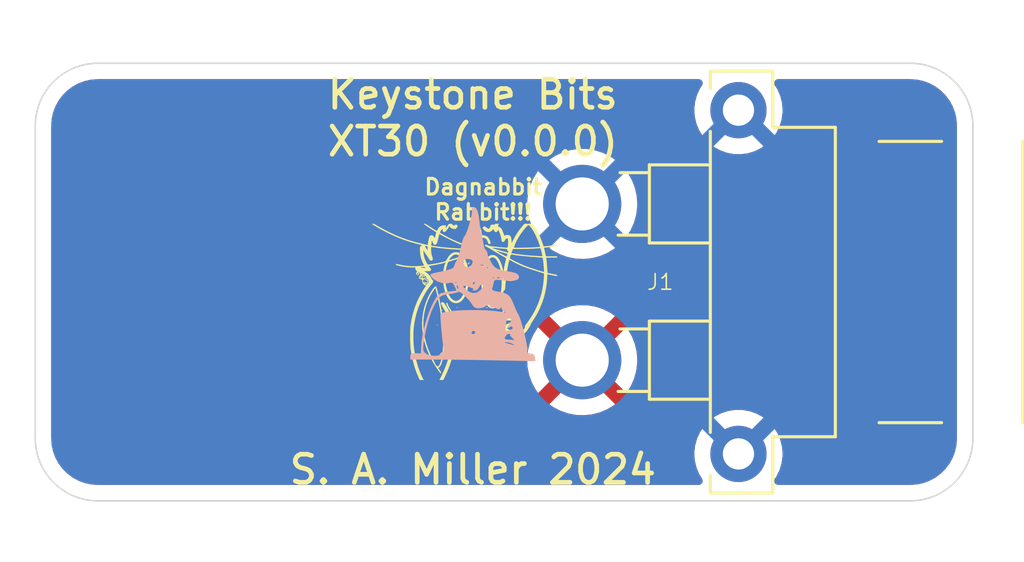
<source format=kicad_pcb>
(kicad_pcb (version 20211014) (generator pcbnew)
  (title_block (title "Keystone Bits") (date "2024") (rev "0.0.0") (company "S. A. Miller") (comment 1 "XT30"))
  (layers (0 "F.Cu" signal) (31 "B.Cu" signal) (34 "B.Paste" user) (35 "F.Paste" user) (36 "B.SilkS" user "B.Silkscreen") (37 "F.SilkS" user "F.Silkscreen") (38 "B.Mask" user) (39 "F.Mask" user) (44 "Edge.Cuts" user))
  (net 0 "")
  (net 1 "GND")
  (net 2 "Vcc")
  (footprint "tinker:DagNabbit" (layer "F.Cu") (at 99 100 180)
    (fp_text reference "REF**" hide)
    (fp_text value "DagNabbit" hide)
    (fp_text user "Dagnabbit\nRabbit!!!" (at -0.331667 2.64) (layer "F.SilkS") (effects (font (size 0.5 0.5) (thickness 0.1))))
  )
  (footprint "tinker:CONN-TH_XT30PW-F-1" (layer "F.Cu") (at 105 100 90)
    (fp_text reference "J1" (at 0 0) (layer "F.SilkS") (effects (font (size 0.5 0.5) (thickness 0.05))))
    (fp_text value "XT30PW-F")
    (pad "1" thru_hole circle (at -2.5 -2.5 90) (size 2.5 2.5) (drill 1.700022) (layers *.Cu *.Mask) (net 2 "Vcc"))
    (pad "2" thru_hole circle (at 2.5 -2.5 90) (size 2.5 2.5) (drill 1.700022) (layers *.Cu *.Mask) (net 1 "GND"))
    (pad "3" thru_hole circle (at 5.5 2.5 90) (size 1.8 1.8) (drill 0.999998) (layers *.Cu *.Mask) (net 1 "GND"))
    (pad "4" thru_hole circle (at -5.5 2.5 90) (size 1.8 1.8) (drill 0.999998) (layers *.Cu *.Mask) (net 1 "GND"))
  )
  (footprint "tinker:NerdMage" (layer "B.Cu") (at 99 100 180)
    (fp_text reference "G***" hide)
    (fp_text value "LOGO" hide)
  )
  (gr_line (start 87 107) (end 113 107) (layer "Edge.Cuts") (width 0.05))
  (gr_arc (start 85 95) (mid 85.585786 93.585786) (end 87 93) (layer "Edge.Cuts") (width 0.05))
  (gr_line (start 113 93) (end 87 93) (layer "Edge.Cuts") (width 0.05))
  (gr_arc (start 115 105) (mid 114.414214 106.414214) (end 113 107) (layer "Edge.Cuts") (width 0.05))
  (gr_line (start 115 105) (end 115 95) (layer "Edge.Cuts") (width 0.05))
  (gr_arc (start 87 107) (mid 85.585786 106.414214) (end 85 105) (layer "Edge.Cuts") (width 0.05))
  (gr_arc (start 113 93) (mid 114.414214 93.585786) (end 115 95) (layer "Edge.Cuts") (width 0.05))
  (gr_line (start 85 95) (end 85 105) (layer "Edge.Cuts") (width 0.05))
  (gr_text "${COMMENT1} (v${REVISION})" (at 99 95.5) (layer "F.SilkS") (effects (font (size 0.9 0.9))))
  (gr_text "${TITLE}" (at 99 94) (layer "F.SilkS") (effects (font (size 0.9 0.9))))
  (gr_text "${COMPANY} ${ISSUE_DATE}" (at 99 106) (layer "F.SilkS") (effects (font (size 0.9 0.9))))
  (zone (net 2) (net_name "Vcc") (layer "F.Cu") (connect_pads (clearance 0.508)) (min_thickness 0.254) (fill yes (thermal_gap 0.508) (thermal_bridge_width 0.508))
    (polygon (pts (xy 116.294311 108.959481) (xy 83.870853 108.958534) (xy 83.8708 90.9752) (xy 116.345058 90.976147)))
  )
  (zone (net 1) (net_name "GND") (layer "B.Cu") (connect_pads (clearance 0.508)) (min_thickness 0.254) (fill yes (thermal_gap 0.508) (thermal_bridge_width 0.508))
    (polygon (pts (xy 115.723176 108.500193) (xy 84.429553 108.50102) (xy 84.4296 91.534) (xy 115.672423 91.533173)))
  )
)
</source>
